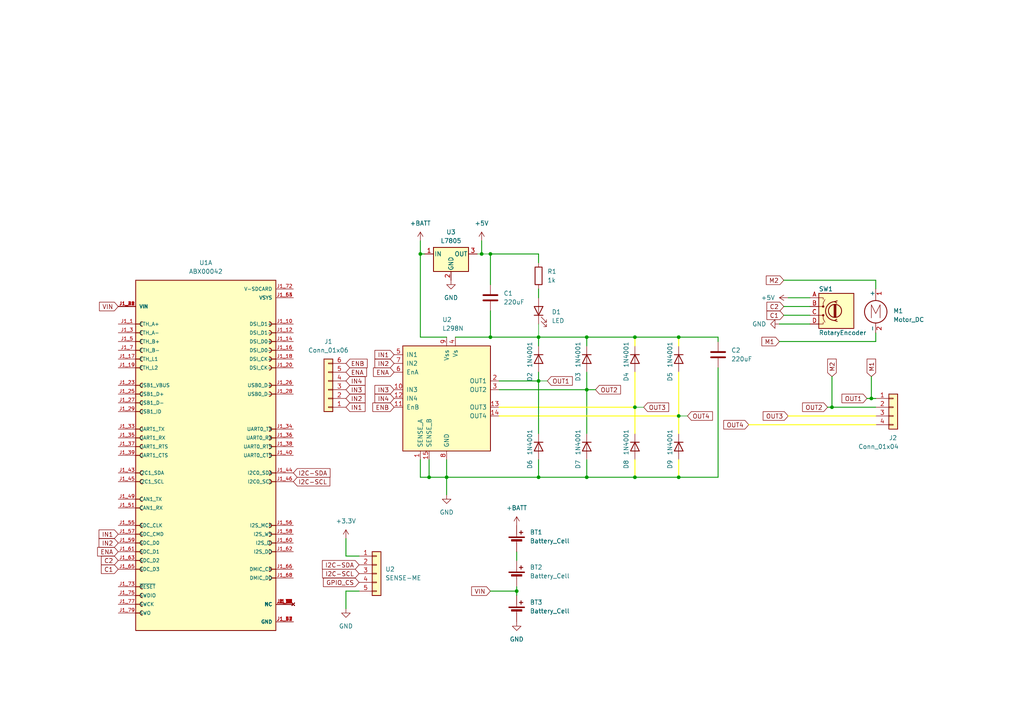
<source format=kicad_sch>
(kicad_sch (version 20230121) (generator eeschema)
  (paper "A4")
  (lib_symbols
    (symbol "ABX00042:ABX00042" (pin_names (offset 1.016))
      (property "Reference" "U" (at -20.32 52.07 0))
      (property "Value" "ABX00042" (at -20.32 -53.34 0))
      (symbol "ABX00042_1_0"
        (pin input line (at -25.4 38.1 0) (length 5.08) (name "ETH_A+") (number "J1_1"))
        (pin bidirectional line (at 25.4 38.1 180) (length 5.08) (name "DSI_D1+") (number "J1_10"))
        (pin no_connect line (at 25.4 -43.18 180) (length 5.08) (name "NC") (number "J1_11"))
        (pin bidirectional line (at 25.4 35.56 180) (length 5.08) (name "DSI_D1-") (number "J1_12"))
        (pin no_connect line (at 25.4 -43.18 180) (length 5.08) (name "NC") (number "J1_13"))
        (pin bidirectional line (at 25.4 33.02 180) (length 5.08) (name "DSI_D0+") (number "J1_14"))
        (pin no_connect line (at 25.4 -43.18 180) (length 5.08) (name "NC") (number "J1_15"))
        (pin bidirectional line (at 25.4 30.48 180) (length 5.08) (name "DSI_D0-") (number "J1_16"))
        (pin output line (at -25.4 27.94 0) (length 5.08) (name "ETH_L1") (number "J1_17"))
        (pin bidirectional line (at 25.4 27.94 180) (length 5.08) (name "DSI_CK+") (number "J1_18"))
        (pin output line (at -25.4 25.4 0) (length 5.08) (name "ETH_L2") (number "J1_19"))
        (pin no_connect line (at 25.4 -43.18 180) (length 5.08) (name "NC") (number "J1_2"))
        (pin bidirectional line (at 25.4 25.4 180) (length 5.08) (name "DSI_CK-") (number "J1_20"))
        (pin input line (at -25.4 43.18 0) (length 5.08) (name "VIN") (number "J1_21"))
        (pin power_in line (at 25.4 -48.26 180) (length 5.08) (name "GND") (number "J1_22"))
        (pin power_in line (at -25.4 20.32 0) (length 5.08) (name "USB1_VBUS") (number "J1_23"))
        (pin no_connect line (at 25.4 -43.18 180) (length 5.08) (name "NC") (number "J1_24"))
        (pin bidirectional line (at -25.4 17.78 0) (length 5.08) (name "USB1_D+") (number "J1_25"))
        (pin bidirectional line (at 25.4 20.32 180) (length 5.08) (name "USB0_D+") (number "J1_26"))
        (pin bidirectional line (at -25.4 15.24 0) (length 5.08) (name "USB1_D-") (number "J1_27"))
        (pin bidirectional line (at 25.4 17.78 180) (length 5.08) (name "USB0_D-") (number "J1_28"))
        (pin bidirectional line (at -25.4 12.7 0) (length 5.08) (name "USB1_ID") (number "J1_29"))
        (pin input line (at -25.4 35.56 0) (length 5.08) (name "ETH_A-") (number "J1_3"))
        (pin no_connect line (at 25.4 -43.18 180) (length 5.08) (name "NC") (number "J1_30"))
        (pin power_in line (at 25.4 -48.26 180) (length 5.08) (name "GND") (number "J1_31"))
        (pin input line (at -25.4 43.18 0) (length 5.08) (name "VIN") (number "J1_32"))
        (pin output line (at -25.4 7.62 0) (length 5.08) (name "UART1_TX") (number "J1_33"))
        (pin output line (at 25.4 7.62 180) (length 5.08) (name "UART0_TX") (number "J1_34"))
        (pin input line (at -25.4 5.08 0) (length 5.08) (name "UART1_RX") (number "J1_35"))
        (pin input line (at 25.4 5.08 180) (length 5.08) (name "UART0_RX") (number "J1_36"))
        (pin bidirectional line (at -25.4 2.54 0) (length 5.08) (name "UART1_RTS") (number "J1_37"))
        (pin bidirectional line (at 25.4 2.54 180) (length 5.08) (name "UART0_RTS") (number "J1_38"))
        (pin bidirectional line (at -25.4 0 0) (length 5.08) (name "UART1_CTS") (number "J1_39"))
        (pin no_connect line (at 25.4 -43.18 180) (length 5.08) (name "NC") (number "J1_4"))
        (pin bidirectional line (at 25.4 0 180) (length 5.08) (name "UART0_CTS") (number "J1_40"))
        (pin input line (at -25.4 43.18 0) (length 5.08) (name "VIN") (number "J1_41"))
        (pin power_in line (at 25.4 -48.26 180) (length 5.08) (name "GND") (number "J1_42"))
        (pin bidirectional line (at -25.4 -5.08 0) (length 5.08) (name "I2C1_SDA") (number "J1_43"))
        (pin bidirectional line (at 25.4 -5.08 180) (length 5.08) (name "I2C0_SDA") (number "J1_44"))
        (pin input line (at -25.4 -7.62 0) (length 5.08) (name "I2C1_SCL") (number "J1_45"))
        (pin input line (at 25.4 -7.62 180) (length 5.08) (name "I2C0_SCL") (number "J1_46"))
        (pin power_in line (at 25.4 -48.26 180) (length 5.08) (name "GND") (number "J1_47"))
        (pin input line (at -25.4 43.18 0) (length 5.08) (name "VIN") (number "J1_48"))
        (pin output line (at -25.4 -12.7 0) (length 5.08) (name "CAN1_TX") (number "J1_49"))
        (pin input line (at -25.4 33.02 0) (length 5.08) (name "ETH_B+") (number "J1_5"))
        (pin no_connect line (at 25.4 -43.18 180) (length 5.08) (name "NC") (number "J1_50"))
        (pin input line (at -25.4 -15.24 0) (length 5.08) (name "CAN1_RX") (number "J1_51"))
        (pin no_connect line (at 25.4 -43.18 180) (length 5.08) (name "NC") (number "J1_52"))
        (pin power_in line (at 25.4 45.72 180) (length 5.08) (name "VSYS") (number "J1_53"))
        (pin power_in line (at 25.4 -48.26 180) (length 5.08) (name "GND") (number "J1_54"))
        (pin input line (at -25.4 -20.32 0) (length 5.08) (name "SDC_CLK") (number "J1_55"))
        (pin bidirectional line (at 25.4 -20.32 180) (length 5.08) (name "I2S_MCK") (number "J1_56"))
        (pin input line (at -25.4 -22.86 0) (length 5.08) (name "SDC_CMD") (number "J1_57"))
        (pin bidirectional line (at 25.4 -22.86 180) (length 5.08) (name "I2S_WS") (number "J1_58"))
        (pin bidirectional line (at -25.4 -25.4 0) (length 5.08) (name "SDC_D0") (number "J1_59"))
        (pin no_connect line (at 25.4 -43.18 180) (length 5.08) (name "NC") (number "J1_6"))
        (pin input line (at 25.4 -25.4 180) (length 5.08) (name "I2S_DI") (number "J1_60"))
        (pin bidirectional line (at -25.4 -27.94 0) (length 5.08) (name "SDC_D1") (number "J1_61"))
        (pin output line (at 25.4 -27.94 180) (length 5.08) (name "I2S_DO") (number "J1_62"))
        (pin bidirectional line (at -25.4 -30.48 0) (length 5.08) (name "SDC_D2") (number "J1_63"))
        (pin power_in line (at 25.4 45.72 180) (length 5.08) (name "VSYS") (number "J1_64"))
        (pin bidirectional line (at -25.4 -33.02 0) (length 5.08) (name "SDC_D3") (number "J1_65"))
        (pin bidirectional line (at 25.4 -33.02 180) (length 5.08) (name "DMIC_CK") (number "J1_66"))
        (pin no_connect line (at 25.4 -43.18 180) (length 5.08) (name "NC") (number "J1_67"))
        (pin bidirectional line (at 25.4 -35.56 180) (length 5.08) (name "DMIC_D0") (number "J1_68"))
        (pin no_connect line (at 25.4 -43.18 180) (length 5.08) (name "NC") (number "J1_69"))
        (pin input line (at -25.4 30.48 0) (length 5.08) (name "ETH_B-") (number "J1_7"))
        (pin no_connect line (at 25.4 -43.18 180) (length 5.08) (name "NC") (number "J1_70"))
        (pin no_connect line (at 25.4 -43.18 180) (length 5.08) (name "NC") (number "J1_71"))
        (pin power_in line (at 25.4 48.26 180) (length 5.08) (name "V-SDCARD") (number "J1_72"))
        (pin input line (at -25.4 -38.1 0) (length 5.08) (name "~{RESET}") (number "J1_73"))
        (pin no_connect line (at 25.4 -43.18 180) (length 5.08) (name "NC") (number "J1_74"))
        (pin bidirectional line (at -25.4 -40.64 0) (length 5.08) (name "SWDIO") (number "J1_75"))
        (pin no_connect line (at 25.4 -43.18 180) (length 5.08) (name "NC") (number "J1_76"))
        (pin input line (at -25.4 -43.18 0) (length 5.08) (name "SWCK") (number "J1_77"))
        (pin no_connect line (at 25.4 -43.18 180) (length 5.08) (name "NC") (number "J1_78"))
        (pin output line (at -25.4 -45.72 0) (length 5.08) (name "SWO") (number "J1_79"))
        (pin no_connect line (at 25.4 -43.18 180) (length 5.08) (name "NC") (number "J1_8"))
        (pin no_connect line (at 25.4 -43.18 180) (length 5.08) (name "NC") (number "J1_80"))
        (pin no_connect line (at 25.4 -43.18 180) (length 5.08) (name "NC") (number "J1_9"))
      )
      (symbol "ABX00042_2_0"
        (pin input line (at -25.4 38.1 0) (length 5.08) (name "FORCE_BOOTLOADER") (number "J2_1"))
        (pin bidirectional line (at 25.4 27.94 180) (length 5.08) (name "CAM_D3") (number "J2_10"))
        (pin no_connect line (at 25.4 -40.64 180) (length 5.08) (name "NC_1") (number "J2_11"))
        (pin bidirectional line (at 25.4 25.4 180) (length 5.08) (name "CAM_D2") (number "J2_12"))
        (pin no_connect line (at 25.4 -40.64 180) (length 5.08) (name "NC_1") (number "J2_13"))
        (pin bidirectional line (at 25.4 22.86 180) (length 5.08) (name "CAM_D1") (number "J2_14"))
        (pin no_connect line (at 25.4 -40.64 180) (length 5.08) (name "NC_1") (number "J2_15"))
        (pin bidirectional line (at 25.4 20.32 180) (length 5.08) (name "CAM_D0") (number "J2_16"))
        (pin no_connect line (at 25.4 -40.64 180) (length 5.08) (name "NC_1") (number "J2_17"))
        (pin bidirectional line (at 25.4 17.78 180) (length 5.08) (name "CAM_VS") (number "J2_18"))
        (pin no_connect line (at 25.4 -40.64 180) (length 5.08) (name "NC_1") (number "J2_19"))
        (pin bidirectional line (at 25.4 38.1 180) (length 5.08) (name "CAM_D7") (number "J2_2"))
        (pin bidirectional line (at 25.4 15.24 180) (length 5.08) (name "CAM_CLK") (number "J2_20"))
        (pin no_connect line (at 25.4 -40.64 180) (length 5.08) (name "NC_1") (number "J2_21"))
        (pin bidirectional line (at 25.4 12.7 180) (length 5.08) (name "CAM_HS") (number "J2_22"))
        (pin power_in line (at 25.4 43.18 180) (length 5.08) (name "VCC/+3V3") (number "J2_23"))
        (pin power_in line (at 25.4 -45.72 180) (length 5.08) (name "GND_1") (number "J2_24"))
        (pin output line (at -25.4 25.4 0) (length 5.08) (name "UART3_TX") (number "J2_25"))
        (pin output line (at 25.4 7.62 180) (length 5.08) (name "UART2_TX") (number "J2_26"))
        (pin input line (at -25.4 22.86 0) (length 5.08) (name "UART3_RX") (number "J2_27"))
        (pin input line (at 25.4 5.08 180) (length 5.08) (name "UART2_RX") (number "J2_28"))
        (pin no_connect line (at 25.4 -40.64 180) (length 5.08) (name "NC_1") (number "J2_29"))
        (pin input line (at -25.4 35.56 0) (length 5.08) (name "BOOT_SOURCE") (number "J2_3"))
        (pin no_connect line (at 25.4 -40.64 180) (length 5.08) (name "NC_1") (number "J2_30"))
        (pin no_connect line (at 25.4 -40.64 180) (length 5.08) (name "NC_1") (number "J2_31"))
        (pin no_connect line (at 25.4 -40.64 180) (length 5.08) (name "NC_1") (number "J2_32"))
        (pin power_in line (at 25.4 -45.72 180) (length 5.08) (name "GND_1") (number "J2_33"))
        (pin power_in line (at 25.4 45.72 180) (length 5.08) (name "VCC") (number "J2_34"))
        (pin no_connect line (at 25.4 -40.64 180) (length 5.08) (name "NC_1") (number "J2_35"))
        (pin input line (at 25.4 0 180) (length 5.08) (name "SPI1_CS") (number "J2_36"))
        (pin no_connect line (at 25.4 -40.64 180) (length 5.08) (name "NC_1") (number "J2_37"))
        (pin input line (at 25.4 -2.54 180) (length 5.08) (name "SPI1_CK") (number "J2_38"))
        (pin no_connect line (at 25.4 -40.64 180) (length 5.08) (name "NC_1") (number "J2_39"))
        (pin bidirectional line (at 25.4 35.56 180) (length 5.08) (name "CAM_D6") (number "J2_4"))
        (pin output line (at 25.4 -5.08 180) (length 5.08) (name "SPI1_MISO") (number "J2_40"))
        (pin no_connect line (at 25.4 -40.64 180) (length 5.08) (name "NC_1") (number "J2_41"))
        (pin input line (at 25.4 -7.62 180) (length 5.08) (name "SPI1_MOSI") (number "J2_42"))
        (pin power_in line (at 25.4 43.18 180) (length 5.08) (name "VCC/+3V3") (number "J2_43"))
        (pin power_in line (at 25.4 -45.72 180) (length 5.08) (name "GND_1") (number "J2_44"))
        (pin bidirectional line (at -25.4 17.78 0) (length 5.08) (name "I2C2_SDA") (number "J2_45"))
        (pin bidirectional line (at -25.4 -27.94 0) (length 5.08) (name "GPIO_0") (number "J2_46"))
        (pin input line (at -25.4 15.24 0) (length 5.08) (name "I2C2_SCL") (number "J2_47"))
        (pin bidirectional line (at -25.4 -30.48 0) (length 5.08) (name "GPIO_1") (number "J2_48"))
        (pin input line (at -25.4 10.16 0) (length 5.08) (name "SAI_CK") (number "J2_49"))
        (pin input line (at -25.4 33.02 0) (length 5.08) (name "POWER_ON_REQ") (number "J2_5"))
        (pin bidirectional line (at -25.4 -33.02 0) (length 5.08) (name "GPIO_2") (number "J2_50"))
        (pin bidirectional line (at -25.4 7.62 0) (length 5.08) (name "SAI_FS") (number "J2_51"))
        (pin bidirectional line (at -25.4 -35.56 0) (length 5.08) (name "GPIO_3") (number "J2_52"))
        (pin bidirectional line (at -25.4 5.08 0) (length 5.08) (name "SAI_D0") (number "J2_53"))
        (pin bidirectional line (at -25.4 -38.1 0) (length 5.08) (name "GPIO_4") (number "J2_54"))
        (pin no_connect line (at 25.4 -40.64 180) (length 5.08) (name "NC_1") (number "J2_55"))
        (pin bidirectional line (at -25.4 -40.64 0) (length 5.08) (name "GPIO_5") (number "J2_56"))
        (pin power_in line (at 25.4 -45.72 180) (length 5.08) (name "GND_1") (number "J2_57"))
        (pin bidirectional line (at -25.4 -43.18 0) (length 5.08) (name "GPIO_6") (number "J2_58"))
        (pin bidirectional line (at 25.4 -12.7 180) (length 5.08) (name "PWM_1") (number "J2_59"))
        (pin bidirectional line (at 25.4 33.02 180) (length 5.08) (name "CAM_D5") (number "J2_6"))
        (pin bidirectional line (at 25.4 -25.4 180) (length 5.08) (name "PWM_6") (number "J2_60"))
        (pin bidirectional line (at 25.4 -15.24 180) (length 5.08) (name "PWM_2") (number "J2_61"))
        (pin bidirectional line (at 25.4 -27.94 180) (length 5.08) (name "PWM_7") (number "J2_62"))
        (pin bidirectional line (at 25.4 -17.78 180) (length 5.08) (name "PWM_3") (number "J2_63"))
        (pin bidirectional line (at 25.4 -30.48 180) (length 5.08) (name "PWM_8") (number "J2_64"))
        (pin bidirectional line (at 25.4 -20.32 180) (length 5.08) (name "PWM_4") (number "J2_65"))
        (pin bidirectional line (at 25.4 -33.02 180) (length 5.08) (name "PWM_9") (number "J2_66"))
        (pin bidirectional line (at 25.4 -22.86 180) (length 5.08) (name "PWM_5") (number "J2_67"))
        (pin bidirectional line (at 25.4 -35.56 180) (length 5.08) (name "PWM_10") (number "J2_68"))
        (pin power_in line (at 25.4 43.18 180) (length 5.08) (name "VCC/+3V3") (number "J2_69"))
        (pin input line (at -25.4 30.48 0) (length 5.08) (name "COINCELL") (number "J2_7"))
        (pin power_in line (at 25.4 -45.72 180) (length 5.08) (name "GND_1") (number "J2_70"))
        (pin input line (at -25.4 0 0) (length 5.08) (name "ADC_VREF+") (number "J2_71"))
        (pin input line (at -25.4 -2.54 0) (length 5.08) (name "ADC_VREF-") (number "J2_72"))
        (pin input line (at -25.4 -5.08 0) (length 5.08) (name "ADC_A0") (number "J2_73"))
        (pin input line (at -25.4 -15.24 0) (length 5.08) (name "ADC_A4") (number "J2_74"))
        (pin input line (at -25.4 -7.62 0) (length 5.08) (name "ADC_A1") (number "J2_75"))
        (pin input line (at -25.4 -17.78 0) (length 5.08) (name "ADC_A5") (number "J2_76"))
        (pin input line (at -25.4 -10.16 0) (length 5.08) (name "ADC_A2") (number "J2_77"))
        (pin input line (at -25.4 -20.32 0) (length 5.08) (name "ADC_A6") (number "J2_78"))
        (pin input line (at -25.4 -12.7 0) (length 5.08) (name "ADC_A3") (number "J2_79"))
        (pin bidirectional line (at 25.4 30.48 180) (length 5.08) (name "CAM_D4") (number "J2_8"))
        (pin input line (at -25.4 -22.86 0) (length 5.08) (name "ADC_A7") (number "J2_80"))
        (pin no_connect line (at 25.4 -40.64 180) (length 5.08) (name "NC_1") (number "J2_9"))
      )
      (symbol "ABX00042_3_0"
        (pin power_in line (at 15.24 27.94 180) (length 5.08) (name "AREF") (number "JA1"))
        (pin bidirectional line (at 15.24 10.16 180) (length 5.08) (name "D1") (number "JA10"))
        (pin bidirectional line (at 15.24 7.62 180) (length 5.08) (name "D2") (number "JA11"))
        (pin bidirectional line (at 15.24 5.08 180) (length 5.08) (name "D3") (number "JA12"))
        (pin bidirectional line (at 15.24 2.54 180) (length 5.08) (name "D4") (number "JA13"))
        (pin bidirectional line (at 15.24 0 180) (length 5.08) (name "D5") (number "JA14"))
        (pin bidirectional line (at -15.24 12.7 0) (length 5.08) (name "A0_D15") (number "JA2"))
        (pin bidirectional line (at -15.24 10.16 0) (length 5.08) (name "A1_D16") (number "JA3"))
        (pin bidirectional line (at -15.24 7.62 0) (length 5.08) (name "A2_D17") (number "JA4"))
        (pin bidirectional line (at -15.24 5.08 0) (length 5.08) (name "A3_D18") (number "JA5"))
        (pin bidirectional line (at -15.24 2.54 0) (length 5.08) (name "A4_D19") (number "JA6"))
        (pin bidirectional line (at -15.24 0 0) (length 5.08) (name "A5_D20") (number "JA7"))
        (pin bidirectional line (at -15.24 -2.54 0) (length 5.08) (name "A6_D21") (number "JA8"))
        (pin bidirectional line (at 15.24 12.7 180) (length 5.08) (name "D0") (number "JA9"))
        (pin power_in line (at 15.24 25.4 180) (length 5.08) (name "+5V") (number "JD1"))
        (pin bidirectional line (at 15.24 -12.7 180) (length 5.08) (name "D10") (number "JD10"))
        (pin bidirectional line (at 15.24 -10.16 180) (length 5.08) (name "D9") (number "JD11"))
        (pin bidirectional line (at 15.24 -7.62 180) (length 5.08) (name "D8") (number "JD12"))
        (pin bidirectional line (at 15.24 -5.08 180) (length 5.08) (name "D7") (number "JD13"))
        (pin bidirectional line (at 15.24 -2.54 180) (length 5.08) (name "D6") (number "JD14"))
        (pin input line (at -15.24 17.78 0) (length 5.08) (name "VIN_1") (number "JD2"))
        (pin power_in line (at 15.24 22.86 180) (length 5.08) (name "+3V3") (number "JD3"))
        (pin power_in line (at 15.24 -27.94 180) (length 5.08) (name "GND_2") (number "JD4"))
        (pin input line (at -15.24 20.32 0) (length 5.08) (name "RESET_1") (number "JD5"))
        (pin bidirectional line (at 15.24 -22.86 180) (length 5.08) (name "D14") (number "JD6"))
        (pin bidirectional line (at 15.24 -20.32 180) (length 5.08) (name "D13") (number "JD7"))
        (pin bidirectional line (at 15.24 -17.78 180) (length 5.08) (name "D12") (number "JD8"))
        (pin bidirectional line (at 15.24 -15.24 180) (length 5.08) (name "D11") (number "JD9"))
      )
    )
    (symbol "Connector_Generic:Conn_01x04" (pin_names (offset 1.016) hide)
      (property "Reference" "J" (at 0 5.08 0))
      (property "Value" "Conn_01x04" (at 0 -7.62 0))
      (symbol "Conn_01x04_1_1"
        (pin passive line (at -5.08 2.54 0) (length 3.81) (name "Pin_1") (number "1"))
        (pin passive line (at -5.08 0 0) (length 3.81) (name "Pin_2") (number "2"))
        (pin passive line (at -5.08 -2.54 0) (length 3.81) (name "Pin_3") (number "3"))
        (pin passive line (at -5.08 -5.08 0) (length 3.81) (name "Pin_4") (number "4"))
      )
    )
    (symbol "Connector_Generic:Conn_01x05" (pin_names (offset 1.016) hide)
      (property "Reference" "J" (at 0 7.62 0))
      (property "Value" "Conn_01x05" (at 0 -7.62 0))
      (symbol "Conn_01x05_1_1"
        (pin passive line (at -5.08 5.08 0) (length 3.81) (name "Pin_1") (number "1"))
        (pin passive line (at -5.08 2.54 0) (length 3.81) (name "Pin_2") (number "2"))
        (pin passive line (at -5.08 0 0) (length 3.81) (name "Pin_3") (number "3"))
        (pin passive line (at -5.08 -2.54 0) (length 3.81) (name "Pin_4") (number "4"))
        (pin passive line (at -5.08 -5.08 0) (length 3.81) (name "Pin_5") (number "5"))
      )
    )
    (symbol "Connector_Generic:Conn_01x06" (pin_names (offset 1.016) hide)
      (property "Reference" "J" (at 0 7.62 0))
      (property "Value" "Conn_01x06" (at 0 -10.16 0))
      (symbol "Conn_01x06_1_1"
        (pin passive line (at -5.08 5.08 0) (length 3.81) (name "Pin_1") (number "1"))
        (pin passive line (at -5.08 2.54 0) (length 3.81) (name "Pin_2") (number "2"))
        (pin passive line (at -5.08 0 0) (length 3.81) (name "Pin_3") (number "3"))
        (pin passive line (at -5.08 -2.54 0) (length 3.81) (name "Pin_4") (number "4"))
        (pin passive line (at -5.08 -5.08 0) (length 3.81) (name "Pin_5") (number "5"))
        (pin passive line (at -5.08 -7.62 0) (length 3.81) (name "Pin_6") (number "6"))
      )
    )
    (symbol "Device:Battery_Cell" (pin_numbers hide) (pin_names (offset 0) hide)
      (property "Reference" "BT" (at 2.54 2.54 0))
      (property "Value" "Battery_Cell" (at 2.54 0 0))
      (symbol "Battery_Cell_1_1"
        (pin passive line (at 0 5.08 270) (length 2.54) (name "+") (number "1"))
        (pin passive line (at 0 -2.54 90) (length 2.54) (name "-") (number "2"))
      )
    )
    (symbol "Device:C" (pin_numbers hide) (pin_names (offset 0.254))
      (property "Reference" "C" (at 0.635 2.54 0))
      (property "Value" "C" (at 0.635 -2.54 0))
      (symbol "C_1_1"
        (pin passive line (at 0 3.81 270) (length 2.794) (name "~") (number "1"))
        (pin passive line (at 0 -3.81 90) (length 2.794) (name "~") (number "2"))
      )
    )
    (symbol "Device:LED" (pin_numbers hide) (pin_names (offset 1.016) hide)
      (property "Reference" "D" (at 0 2.54 0))
      (property "Value" "LED" (at 0 -2.54 0))
      (symbol "LED_1_1"
        (pin passive line (at -3.81 0 0) (length 2.54) (name "K") (number "1"))
        (pin passive line (at 3.81 0 180) (length 2.54) (name "A") (number "2"))
      )
    )
    (symbol "Device:R" (pin_numbers hide) (pin_names (offset 0))
      (property "Reference" "R" (at 2.032 0 90))
      (property "Value" "R" (at 0 0 90))
      (symbol "R_1_1"
        (pin passive line (at 0 3.81 270) (length 1.27) (name "~") (number "1"))
        (pin passive line (at 0 -3.81 90) (length 1.27) (name "~") (number "2"))
      )
    )
    (symbol "Device:RotaryEncoder" (pin_names (offset 0.254) hide)
      (property "Reference" "SW1" (at -5.08 6.35 0))
      (property "Value" "RotaryEncoder" (at -5.08 -6.35 0))
      (symbol "RotaryEncoder_1_1"
        (pin passive line (at -7.62 3.81 0) (length 2.54) (name "VCC") (number "A"))
        (pin passive line (at -7.62 1.27 0) (length 2.54) (name "C2") (number "B"))
        (pin passive line (at -7.62 -1.27 0) (length 2.54) (name "C1") (number "C"))
        (pin passive line (at -7.62 -3.81 0) (length 2.54) (name "GND") (number "D"))
      )
    )
    (symbol "Diode:1N4001" (pin_numbers hide) (pin_names hide)
      (property "Reference" "D" (at 0 2.54 0))
      (property "Value" "1N4001" (at 0 -2.54 0))
      (symbol "1N4001_1_1"
        (pin passive line (at -3.81 0 0) (length 2.54) (name "K") (number "1"))
        (pin passive line (at 3.81 0 180) (length 2.54) (name "A") (number "2"))
      )
    )
    (symbol "Driver_Motor:L298N" (pin_names (offset 1.016))
      (property "Reference" "U" (at -10.16 16.51 0))
      (property "Value" "L298N" (at 12.7 16.51 0))
      (symbol "L298N_1_1"
        (pin power_in line (at -7.62 -17.78 90) (length 2.54) (name "SENSE_A") (number "1"))
        (pin input line (at -15.24 2.54 0) (length 2.54) (name "IN3") (number "10"))
        (pin input line (at -15.24 -2.54 0) (length 2.54) (name "EnB") (number "11"))
        (pin input line (at -15.24 0 0) (length 2.54) (name "IN4") (number "12"))
        (pin output line (at 15.24 -2.54 180) (length 2.54) (name "OUT3") (number "13"))
        (pin output line (at 15.24 -5.08 180) (length 2.54) (name "OUT4") (number "14"))
        (pin power_in line (at -5.08 -17.78 90) (length 2.54) (name "SENSE_B") (number "15"))
        (pin output line (at 15.24 5.08 180) (length 2.54) (name "OUT1") (number "2"))
        (pin output line (at 15.24 2.54 180) (length 2.54) (name "OUT2") (number "3"))
        (pin power_in line (at 2.54 17.78 270) (length 2.54) (name "Vs") (number "4"))
        (pin input line (at -15.24 12.7 0) (length 2.54) (name "IN1") (number "5"))
        (pin input line (at -15.24 7.62 0) (length 2.54) (name "EnA") (number "6"))
        (pin input line (at -15.24 10.16 0) (length 2.54) (name "IN2") (number "7"))
        (pin power_in line (at 0 -17.78 90) (length 2.54) (name "GND") (number "8"))
        (pin power_in line (at 0 17.78 270) (length 2.54) (name "Vss") (number "9"))
      )
    )
    (symbol "Motor:Motor_DC" (pin_names (offset 0))
      (property "Reference" "M" (at 2.54 2.54 0))
      (property "Value" "Motor_DC" (at 2.54 -5.08 0))
      (symbol "Motor_DC_1_1"
        (pin passive line (at 0 5.08 270) (length 2.54) (name "+") (number "1"))
        (pin passive line (at 0 -7.62 90) (length 2.54) (name "-") (number "2"))
      )
    )
    (symbol "Regulator_Linear:L7805" (pin_names (offset 0.254))
      (property "Reference" "U" (at -3.81 3.175 0))
      (property "Value" "L7805" (at 0 3.175 0))
      (symbol "L7805_1_1"
        (pin power_in line (at -7.62 0 0) (length 2.54) (name "IN") (number "1"))
        (pin power_in line (at 0 -7.62 90) (length 2.54) (name "GND") (number "2"))
        (pin power_out line (at 7.62 0 180) (length 2.54) (name "OUT") (number "3"))
      )
    )
    (symbol "power:+3.3V" (power) (pin_names (offset 0))
      (property "Value" "+3.3V" (at 0 3.556 0))
      (symbol "+3.3V_1_1"
        (pin power_in line (at 0 0 90) (length 0) hide (name "+3.3V") (number "1"))
      )
    )
    (symbol "power:+5V" (power) (pin_names (offset 0))
      (property "Value" "+5V" (at 0 3.556 0))
      (symbol "+5V_1_1"
        (pin power_in line (at 0 0 90) (length 0) hide (name "+5V") (number "1"))
      )
    )
    (symbol "power:+BATT" (power) (pin_names (offset 0))
      (property "Value" "+BATT" (at 0 3.556 0))
      (symbol "+BATT_1_1"
        (pin power_in line (at 0 0 90) (length 0) hide (name "+BATT") (number "1"))
      )
    )
    (symbol "power:GND" (power) (pin_names (offset 0))
      (property "Value" "GND" (at 0 -3.81 0))
      (symbol "GND_1_1"
        (pin power_in line (at 0 0 270) (length 0) hide (name "GND") (number "1"))
      )
    )
  )
  (junction (at 196.85 120.65))
  (junction (at 170.18 97.79))
  (junction (at 241.3 118.11))
  (junction (at 124.46 138.43))
  (junction (at 142.24 73.66))
  (junction (at 142.24 97.79))
  (junction (at 184.15 97.79))
  (junction (at 196.85 138.43))
  (junction (at 129.54 138.43))
  (junction (at 156.21 110.49))
  (junction (at 149.86 171.45))
  (junction (at 121.92 73.66))
  (junction (at 196.85 97.79))
  (junction (at 139.7 73.66))
  (junction (at 184.15 118.11))
  (junction (at 184.15 138.43))
  (junction (at 170.18 138.43))
  (junction (at 156.21 138.43))
  (junction (at 156.21 97.79))
  (junction (at 252.73 115.57))
  (junction (at 170.18 113.03))
  (wire (pts (xy 156.21 110.49) (xy 156.21 125.73)) (stroke (width 0.25)))
  (wire (pts (xy 227.33 81.28) (xy 254 81.28)) (stroke (width 0.25)))
  (wire (pts (xy 156.21 93.98) (xy 156.21 97.79)))
  (wire (pts (xy 254 81.28) (xy 254 83.82)) (stroke (width 0.25)))
  (wire (pts (xy 170.18 97.79) (xy 170.18 100.33)) (stroke (width 0.25)))
  (wire (pts (xy 139.7 73.66) (xy 138.43 73.66)))
  (wire (pts (xy 184.15 97.79) (xy 196.85 97.79)) (stroke (width 0.25)))
  (wire (pts (xy 156.21 76.2) (xy 156.21 73.66)) (stroke (width 0.25)))
  (wire (pts (xy 142.24 73.66) (xy 142.24 82.55)) (stroke (width 0.25)))
  (wire (pts (xy 170.18 133.35) (xy 170.18 138.43)) (stroke (width 0.25)))
  (wire (pts (xy 196.85 138.43) (xy 184.15 138.43)) (stroke (width 0.25)))
  (wire (pts (xy 254 123.19) (xy 217.17 123.19)) (stroke (width 0.25) (color 255 255 0 1)))
  (wire (pts (xy 228.6 86.36) (xy 234.95 86.36)) (stroke (width 0.25)))
  (wire (pts (xy 254 96.52) (xy 254 99.06)) (stroke (width 0.25)))
  (wire (pts (xy 184.15 118.11) (xy 184.15 125.73)) (stroke (width 0.25) (color 255 255 0 1)))
  (wire (pts (xy 254 118.11) (xy 241.3 118.11)) (stroke (width 0.25)))
  (wire (pts (xy 208.28 106.68) (xy 208.28 138.43)) (stroke (width 0.25)))
  (wire (pts (xy 156.21 97.79) (xy 142.24 97.79)) (stroke (width 0.25)))
  (wire (pts (xy 208.28 99.06) (xy 208.28 97.79)) (stroke (width 0.25)))
  (wire (pts (xy 121.92 133.35) (xy 121.92 138.43)) (stroke (width 0.25)))
  (wire (pts (xy 121.92 97.79) (xy 121.92 73.66)) (stroke (width 0.25)))
  (wire (pts (xy 104.14 161.29) (xy 100.33 161.29)) (stroke (width 0.25)))
  (wire (pts (xy 121.92 138.43) (xy 124.46 138.43)) (stroke (width 0.25)))
  (wire (pts (xy 226.06 93.98) (xy 234.95 93.98)) (stroke (width 0.25)))
  (wire (pts (xy 144.78 110.49) (xy 156.21 110.49)) (stroke (width 0.25)))
  (wire (pts (xy 252.73 109.22) (xy 252.73 115.57)) (stroke (width 0.25)))
  (wire (pts (xy 227.33 88.9) (xy 234.95 88.9)) (stroke (width 0.25)))
  (wire (pts (xy 170.18 107.95) (xy 170.18 113.03)) (stroke (width 0.25)))
  (wire (pts (xy 156.21 110.49) (xy 156.21 107.95)) (stroke (width 0.25)))
  (wire (pts (xy 149.86 170.18) (xy 149.86 171.45)) (stroke (width 0.25)))
  (wire (pts (xy 156.21 97.79) (xy 170.18 97.79)) (stroke (width 0.25)))
  (wire (pts (xy 252.73 115.57) (xy 251.46 115.57)) (stroke (width 0.25)))
  (wire (pts (xy 121.92 73.66) (xy 123.19 73.66)) (stroke (width 0.25)))
  (wire (pts (xy 142.24 73.66) (xy 139.7 73.66)))
  (wire (pts (xy 184.15 133.35) (xy 184.15 138.43)) (stroke (width 0.25) (color 255 255 0 1)))
  (wire (pts (xy 129.54 133.35) (xy 129.54 138.43)) (stroke (width 0.25)))
  (wire (pts (xy 184.15 97.79) (xy 184.15 100.33)) (stroke (width 0.25) (color 255 255 0 1)))
  (wire (pts (xy 184.15 107.95) (xy 184.15 118.11)) (stroke (width 0.25) (color 255 255 0 1)))
  (wire (pts (xy 100.33 161.29) (xy 100.33 156.21)) (stroke (width 0.25)))
  (wire (pts (xy 254 120.65) (xy 228.6 120.65)) (stroke (width 0.25) (color 255 255 0 1)))
  (wire (pts (xy 149.86 171.45) (xy 149.86 172.72)) (stroke (width 0.25)))
  (wire (pts (xy 196.85 120.65) (xy 196.85 125.73)) (stroke (width 0.25) (color 255 255 0 1)))
  (wire (pts (xy 196.85 133.35) (xy 196.85 138.43)) (stroke (width 0.25) (color 255 255 0 1)))
  (wire (pts (xy 142.24 90.17) (xy 142.24 97.79)) (stroke (width 0.25)))
  (wire (pts (xy 170.18 113.03) (xy 172.72 113.03)) (stroke (width 0.25)))
  (wire (pts (xy 100.33 171.45) (xy 104.14 171.45)) (stroke (width 0.25)))
  (wire (pts (xy 129.54 138.43) (xy 124.46 138.43)) (stroke (width 0.25)))
  (wire (pts (xy 156.21 138.43) (xy 129.54 138.43)) (stroke (width 0.25)))
  (wire (pts (xy 241.3 109.22) (xy 241.3 118.11)) (stroke (width 0.25)))
  (wire (pts (xy 156.21 100.33) (xy 156.21 97.79)) (stroke (width 0.25)))
  (wire (pts (xy 170.18 138.43) (xy 156.21 138.43)) (stroke (width 0.25)))
  (wire (pts (xy 208.28 97.79) (xy 196.85 97.79)) (stroke (width 0.25)))
  (wire (pts (xy 144.78 113.03) (xy 170.18 113.03)) (stroke (width 0.25)))
  (wire (pts (xy 254 115.57) (xy 252.73 115.57)) (stroke (width 0.25)))
  (wire (pts (xy 226.06 99.06) (xy 254 99.06)) (stroke (width 0.25)))
  (wire (pts (xy 139.7 69.85) (xy 139.7 73.66)) (stroke (width 0.25)))
  (wire (pts (xy 227.33 91.44) (xy 234.95 91.44)) (stroke (width 0.25)))
  (wire (pts (xy 208.28 138.43) (xy 196.85 138.43)) (stroke (width 0.25)))
  (wire (pts (xy 132.08 97.79) (xy 142.24 97.79)) (stroke (width 0.25)))
  (wire (pts (xy 196.85 120.65) (xy 199.39 120.65)))
  (wire (pts (xy 184.15 118.11) (xy 186.69 118.11)))
  (wire (pts (xy 184.15 138.43) (xy 170.18 138.43)) (stroke (width 0.25)))
  (wire (pts (xy 158.75 110.49) (xy 156.21 110.49)))
  (wire (pts (xy 144.78 118.11) (xy 184.15 118.11)) (stroke (width 0.25) (color 255 255 0 1)))
  (wire (pts (xy 241.3 118.11) (xy 240.03 118.11)) (stroke (width 0.25)))
  (wire (pts (xy 156.21 133.35) (xy 156.21 138.43)) (stroke (width 0.25)))
  (wire (pts (xy 170.18 113.03) (xy 170.18 125.73)) (stroke (width 0.25)))
  (wire (pts (xy 129.54 138.43) (xy 129.54 143.51)) (stroke (width 0.25)))
  (wire (pts (xy 156.21 83.82) (xy 156.21 86.36)) (stroke (width 0.25)))
  (wire (pts (xy 129.54 97.79) (xy 121.92 97.79)) (stroke (width 0.25)))
  (wire (pts (xy 124.46 133.35) (xy 124.46 138.43)) (stroke (width 0.25)))
  (wire (pts (xy 196.85 100.33) (xy 196.85 97.79)) (stroke (width 0.25) (color 255 255 0 1)))
  (wire (pts (xy 149.86 160.02) (xy 149.86 162.56)) (stroke (width 0.25)))
  (wire (pts (xy 156.21 73.66) (xy 142.24 73.66)) (stroke (width 0.25)))
  (wire (pts (xy 100.33 176.53) (xy 100.33 171.45)) (stroke (width 0.25)))
  (wire (pts (xy 196.85 107.95) (xy 196.85 120.65)) (stroke (width 0.25) (color 255 255 0 1)))
  (wire (pts (xy 170.18 97.79) (xy 184.15 97.79)) (stroke (width 0.25)))
  (wire (pts (xy 121.92 69.85) (xy 121.92 73.66)) (stroke (width 0.25)))
  (wire (pts (xy 142.24 171.45) (xy 149.86 171.45)) (stroke (width 0.25)))
  (wire (pts (xy 144.78 120.65) (xy 196.85 120.65)) (stroke (width 0.25) (color 255 255 0 1)))
  (global_label "IN2" (shape input) (at 34.29 157.48 180) (property "Intersheetrefs" "${INTERSHEET_REFS}" (effects hide)))
  (global_label "IN1" (shape input) (at 100.33 118.11 0) (property "Intersheetrefs" "${INTERSHEET_REFS}" (effects hide)))
  (global_label "ENB" (shape input) (at 100.33 105.41 0) (property "Intersheetrefs" "${INTERSHEET_REFS}" (effects hide)))
  (global_label "VIN" (shape input) (at 142.24 171.45 180) (property "Intersheetrefs" "${INTERSHEET_REFS}" (effects hide)))
  (global_label "OUT3" (shape input) (at 186.69 118.11 0) (property "Intersheetrefs" "${INTERSHEET_REFS}" (effects hide)))
  (global_label "IN2" (shape input) (at 114.3 105.41 180) (property "Intersheetrefs" "${INTERSHEET_REFS}" (effects hide)))
  (global_label "I2C-SDA" (shape input) (at 85.09 137.16 0) (property "Intersheetrefs" "${INTERSHEET_REFS}" (effects hide)))
  (global_label "C1" (shape input) (at 227.33 91.44 180) (property "Intersheetrefs" "${INTERSHEET_REFS}" (effects hide)))
  (global_label "IN1" (shape input) (at 114.3 102.87 180) (property "Intersheetrefs" "${INTERSHEET_REFS}" (effects hide)))
  (global_label "M1" (shape input) (at 226.06 99.06 180) (property "Intersheetrefs" "${INTERSHEET_REFS}" (effects hide)))
  (global_label "OUT4" (shape input) (at 199.39 120.65 0) (property "Intersheetrefs" "${INTERSHEET_REFS}" (effects hide)))
  (global_label "C1" (shape input) (at 34.29 165.1 180) (property "Intersheetrefs" "${INTERSHEET_REFS}" (effects hide)))
  (global_label "M2" (shape input) (at 241.3 109.22 90) (property "Intersheetrefs" "${INTERSHEET_REFS}" (effects hide)))
  (global_label "IN4" (shape input) (at 100.33 110.49 0) (property "Intersheetrefs" "${INTERSHEET_REFS}" (effects hide)))
  (global_label "OUT2" (shape input) (at 240.03 118.11 180) (property "Intersheetrefs" "${INTERSHEET_REFS}" (effects hide)))
  (global_label "IN2" (shape input) (at 100.33 115.57 0) (property "Intersheetrefs" "${INTERSHEET_REFS}" (effects hide)))
  (global_label "ENA" (shape input) (at 114.3 107.95 180) (property "Intersheetrefs" "${INTERSHEET_REFS}" (effects hide)))
  (global_label "C2" (shape input) (at 34.29 162.56 180) (property "Intersheetrefs" "${INTERSHEET_REFS}" (effects hide)))
  (global_label "ENB" (shape input) (at 114.3 118.11 180) (property "Intersheetrefs" "${INTERSHEET_REFS}" (effects hide)))
  (global_label "ENA" (shape input) (at 34.29 160.02 180) (property "Intersheetrefs" "${INTERSHEET_REFS}" (effects hide)))
  (global_label "VIN" (shape input) (at 34.29 88.9 180) (property "Intersheetrefs" "${INTERSHEET_REFS}" (effects hide)))
  (global_label "I2C-SCL" (shape input) (at 104.14 166.37 180) (property "Intersheetrefs" "${INTERSHEET_REFS}" (effects hide)))
  (global_label "IN4" (shape input) (at 114.3 115.57 180) (property "Intersheetrefs" "${INTERSHEET_REFS}" (effects hide)))
  (global_label "ENA" (shape input) (at 100.33 107.95 0) (property "Intersheetrefs" "${INTERSHEET_REFS}" (effects hide)))
  (global_label "IN3" (shape input) (at 114.3 113.03 180) (property "Intersheetrefs" "${INTERSHEET_REFS}" (effects hide)))
  (global_label "IN1" (shape input) (at 34.29 154.94 180) (property "Intersheetrefs" "${INTERSHEET_REFS}" (effects hide)))
  (global_label "M1" (shape input) (at 252.73 109.22 90) (property "Intersheetrefs" "${INTERSHEET_REFS}" (effects hide)))
  (global_label "OUT2" (shape input) (at 172.72 113.03 0) (property "Intersheetrefs" "${INTERSHEET_REFS}" (effects hide)))
  (global_label "OUT3" (shape input) (at 228.6 120.65 180) (property "Intersheetrefs" "${INTERSHEET_REFS}" (effects hide)))
  (global_label "IN3" (shape input) (at 100.33 113.03 0) (property "Intersheetrefs" "${INTERSHEET_REFS}" (effects hide)))
  (global_label "OUT1" (shape input) (at 251.46 115.57 180) (property "Intersheetrefs" "${INTERSHEET_REFS}" (effects hide)))
  (global_label "OUT4" (shape input) (at 217.17 123.19 180) (property "Intersheetrefs" "${INTERSHEET_REFS}" (effects hide)))
  (global_label "I2C-SDA" (shape input) (at 104.14 163.83 180) (property "Intersheetrefs" "${INTERSHEET_REFS}" (effects hide)))
  (global_label "M2" (shape input) (at 227.33 81.28 180) (property "Intersheetrefs" "${INTERSHEET_REFS}" (effects hide)))
  (global_label "OUT1" (shape input) (at 158.75 110.49 0) (property "Intersheetrefs" "${INTERSHEET_REFS}" (effects hide)))
  (global_label "GPIO_CS" (shape input) (at 104.14 168.91 180) (property "Intersheetrefs" "${INTERSHEET_REFS}" (effects hide)))
  (global_label "I2C-SCL" (shape input) (at 85.09 139.7 0) (property "Intersheetrefs" "${INTERSHEET_REFS}" (effects hide)))
  (global_label "C2" (shape input) (at 227.33 88.9 180) (property "Intersheetrefs" "${INTERSHEET_REFS}" (effects hide)))
  (symbol (lib_id "power:GND") (at 130.81 81.28 0) (unit 1)
    (property "Reference" "#PWR06" (effects hide))
    (property "Value" "GND" (at 130.81 86.36 0))
  )
  (symbol (lib_id "power:+3.3V") (at 100.33 156.21 0) (unit 1)
    (property "Reference" "#PWR07" (effects hide))
    (property "Value" "+3.3V" (at 100.33 151.13 0))
  )
  (symbol (lib_id "Device:C") (at 208.28 102.87 0) (unit 1)
    (property "Reference" "C2" (at 212.09 101.6 0) (effects (justify left)))
    (property "Value" "220uF" (at 212.09 104.14 0) (effects (justify left)))
  )
  (symbol (lib_id "Connector_Generic:Conn_01x05") (at 109.22 166.37 0) (unit 1)
    (property "Reference" "U2" (at 111.76 165.1 0) (effects (justify left)))
    (property "Value" "SENSE-ME" (at 111.76 167.64 0) (effects (justify left)))
    (property "Footprint" "Connector_TE-Connectivity:TE_826576-6_1x06_P3.96mm_Vertical" (effects hide))
  )
  (symbol (lib_id "Device:C") (at 142.24 86.36 0) (unit 1)
    (property "Reference" "C1" (at 146.05 85.09 0) (effects (justify left)))
    (property "Value" "220uF" (at 146.05 87.63 0) (effects (justify left)))
  )
  (symbol (lib_id "power:+BATT") (at 121.92 69.85 0) (unit 1)
    (property "Reference" "#PWR03" (effects hide))
    (property "Value" "+BATT" (at 121.92 64.77 0))
  )
  (symbol (lib_id "Regulator_Linear:L7805") (at 130.81 73.66 0) (unit 1)
    (property "Reference" "U3" (at 130.81 67.31 0))
    (property "Value" "L7805" (at 130.81 69.85 0))
    (property "Datasheet" "http://www.st.com/content/ccc/resource/technical/document/datasheet/41/4f/b3/b0/12/d4/47/88/CD00000444.pdf/files/CD00000444.pdf/jcr:content/translations/en.CD00000444.pdf" (effects hide))
  )
  (symbol (lib_id "Diode:1N4001") (at 184.15 129.54 270) (unit 1)
    (property "Reference" "D8" (at 181.61 133.35 0) (effects (justify left)))
    (property "Value" "1N4001" (at 181.61 124.46 0) (effects (justify left)))
    (property "Footprint" "Diode_THT:D_DO-41_SOD81_P10.16mm_Horizontal" (effects hide))
    (property "Datasheet" "http://www.vishay.com/docs/88503/1n4001.pdf" (effects hide))
    (property "Sim.Device" "D" (effects hide))
    (property "Sim.Pins" "1=K 2=A" (effects hide))
  )
  (symbol (lib_id "Diode:1N4001") (at 170.18 129.54 270) (unit 1)
    (property "Reference" "D7" (at 167.64 133.35 0) (effects (justify left)))
    (property "Value" "1N4001" (at 167.64 124.46 0) (effects (justify left)))
    (property "Footprint" "Diode_THT:D_DO-41_SOD81_P10.16mm_Horizontal" (effects hide))
    (property "Datasheet" "http://www.vishay.com/docs/88503/1n4001.pdf" (effects hide))
    (property "Sim.Device" "D" (effects hide))
    (property "Sim.Pins" "1=K 2=A" (effects hide))
  )
  (symbol (lib_id "power:GND") (at 149.86 180.34 0) (unit 1)
    (property "Reference" "#PWR010" (effects hide))
    (property "Value" "GND" (at 149.86 185.42 0))
  )
  (symbol (lib_id "Diode:1N4001") (at 196.85 104.14 270) (unit 1)
    (property "Reference" "D5" (at 194.31 107.95 0) (effects (justify left)))
    (property "Value" "1N4001" (at 194.31 99.06 0) (effects (justify left)))
    (property "Footprint" "Diode_THT:D_DO-41_SOD81_P10.16mm_Horizontal" (effects hide))
    (property "Datasheet" "http://www.vishay.com/docs/88503/1n4001.pdf" (effects hide))
    (property "Sim.Device" "D" (effects hide))
    (property "Sim.Pins" "1=K 2=A" (effects hide))
  )
  (symbol (lib_id "power:GND") (at 100.33 176.53 0) (unit 1)
    (property "Reference" "#PWR08" (effects hide))
    (property "Value" "GND" (at 100.33 181.61 0))
  )
  (symbol (lib_id "power:GND") (at 129.54 143.51 0) (unit 1)
    (property "Reference" "#PWR01" (effects hide))
    (property "Value" "GND" (at 129.54 148.59 0))
  )
  (symbol (lib_id "Device:Battery_Cell") (at 149.86 177.8 0) (unit 1)
    (property "Reference" "BT3" (at 153.67 174.6885 0) (effects (justify left)))
    (property "Value" "Battery_Cell" (at 153.67 177.2285 0) (effects (justify left)))
  )
  (symbol (lib_id "Diode:1N4001") (at 184.15 104.14 270) (unit 1)
    (property "Reference" "D4" (at 181.61 107.95 0) (effects (justify left)))
    (property "Value" "1N4001" (at 181.61 99.06 0) (effects (justify left)))
    (property "Footprint" "Diode_THT:D_DO-41_SOD81_P10.16mm_Horizontal" (effects hide))
    (property "Datasheet" "http://www.vishay.com/docs/88503/1n4001.pdf" (effects hide))
    (property "Sim.Device" "D" (effects hide))
    (property "Sim.Pins" "1=K 2=A" (effects hide))
  )
  (symbol (lib_id "Device:R") (at 156.21 80.01 0) (unit 1)
    (property "Reference" "R1" (at 158.75 78.74 0) (effects (justify left)))
    (property "Value" "1k" (at 158.75 81.28 0) (effects (justify left)))
  )
  (symbol (lib_id "Device:RotaryEncoder") (at 242.57 90.17 0) (unit 1)
    (property "Reference" "SW1" (at 237.49 83.82 0) (effects (justify left)))
    (property "Value" "RotaryEncoder" (at 237.49 96.52 0) (effects (justify left)))
  )
  (symbol (lib_id "power:+5V") (at 139.7 69.85 0) (unit 1)
    (property "Reference" "#PWR04" (effects hide))
    (property "Value" "+5V" (at 139.7 64.77 0))
  )
  (symbol (lib_id "Diode:1N4001") (at 156.21 104.14 270) (unit 1)
    (property "Reference" "D2" (at 153.67 107.95 0) (effects (justify left)))
    (property "Value" "1N4001" (at 153.67 99.06 0) (effects (justify left)))
    (property "Footprint" "Diode_THT:D_DO-41_SOD81_P10.16mm_Horizontal" (effects hide))
    (property "Datasheet" "http://www.vishay.com/docs/88503/1n4001.pdf" (effects hide))
    (property "Sim.Device" "D" (effects hide))
    (property "Sim.Pins" "1=K 2=A" (effects hide))
  )
  (symbol (lib_id "power:+BATT") (at 149.86 152.4 0) (unit 1)
    (property "Reference" "#PWR011" (effects hide))
    (property "Value" "+BATT" (at 149.86 147.32 0))
  )
  (symbol (lib_id "ABX00042:ABX00042") (at 59.69 132.08 0) (unit 1)
    (property "Reference" "U1" (at 59.69 76.2 0))
    (property "Value" "ABX00042" (at 59.69 78.74 0))
    (property "Footprint" "ABX00042:MODULE_ABX00042" (effects hide))
    (property "MF" "Arduino" (effects hide))
    (property "Description" "\nDevelopment Boards & Kits - ARM Portenta H7 | Arduino ABX00042\n" (effects hide))
    (property "Package" "None" (effects hide))
    (property "Price" "None" (effects hide))
    (property "Check_prices" "https://www.snapeda.com/parts/ABX00042/Arduino/view-part/?ref=eda" (effects hide))
    (property "STANDARD" "Manufacturer Recommendations" (effects hide))
    (property "PARTREV" "2" (effects hide))
    (property "SnapEDA_Link" "https://www.snapeda.com/parts/ABX00042/Arduino/view-part/?ref=snap" (effects hide))
    (property "MP" "ABX00042" (effects hide))
    (property "Purchase-URL" "https://www.snapeda.com/api/url_track_click_mouser/?unipart_id=6801596&manufacturer=Arduino&part_name=ABX00042&search_term=None" (effects hide))
    (property "Availability" "In Stock" (effects hide))
    (property "MANUFACTURER" "Arduino" (effects hide))
  )
  (symbol (lib_id "power:+5V") (at 228.6 86.36 90) (unit 1)
    (property "Reference" "#PWR05" (effects hide))
    (property "Value" "+5V" (at 224.79 86.36 90) (effects (justify left)))
  )
  (symbol (lib_id "Connector_Generic:Conn_01x06") (at 95.25 113.03 180) (unit 1)
    (property "Reference" "J1" (at 95.25 99.06 0))
    (property "Value" "Conn_01x06" (at 95.25 101.6 0))
  )
  (symbol (lib_id "Device:Battery_Cell") (at 149.86 157.48 0) (unit 1)
    (property "Reference" "BT1" (at 153.67 154.3685 0) (effects (justify left)))
    (property "Value" "Battery_Cell" (at 153.67 156.9085 0) (effects (justify left)))
  )
  (symbol (lib_id "Device:LED") (at 156.21 90.17 90) (unit 1)
    (property "Reference" "D1" (at 160.02 90.4875 90) (effects (justify right)))
    (property "Value" "LED" (at 160.02 93.0275 90) (effects (justify right)))
  )
  (symbol (lib_id "power:GND") (at 226.06 93.98 270) (unit 1)
    (property "Reference" "#PWR02" (effects hide))
    (property "Value" "GND" (at 222.25 93.98 90) (effects (justify right)))
  )
  (symbol (lib_id "Driver_Motor:L298N") (at 129.54 115.57 0) (unit 1)
    (property "Reference" "U2" (at 128.27 92.71 0) (effects (justify left)))
    (property "Value" "L298N" (at 128.27 95.25 0) (effects (justify left)))
    (property "Footprint" "Package_TO_SOT_THT:TO-220-15_P2.54x2.54mm_StaggerOdd_Lead4.58mm_Vertical" (effects hide))
    (property "Datasheet" "http://www.st.com/st-web-ui/static/active/en/resource/technical/document/datasheet/CD00000240.pdf" (effects hide))
  )
  (symbol (lib_id "Diode:1N4001") (at 170.18 104.14 270) (unit 1)
    (property "Reference" "D3" (at 167.64 107.95 0) (effects (justify left)))
    (property "Value" "1N4001" (at 167.64 99.06 0) (effects (justify left)))
    (property "Footprint" "Diode_THT:D_DO-41_SOD81_P10.16mm_Horizontal" (effects hide))
    (property "Datasheet" "http://www.vishay.com/docs/88503/1n4001.pdf" (effects hide))
    (property "Sim.Device" "D" (effects hide))
    (property "Sim.Pins" "1=K 2=A" (effects hide))
  )
  (symbol (lib_id "Diode:1N4001") (at 196.85 129.54 270) (unit 1)
    (property "Reference" "D9" (at 194.31 133.35 0) (effects (justify left)))
    (property "Value" "1N4001" (at 194.31 124.46 0) (effects (justify left)))
    (property "Footprint" "Diode_THT:D_DO-41_SOD81_P10.16mm_Horizontal" (effects hide))
    (property "Datasheet" "http://www.vishay.com/docs/88503/1n4001.pdf" (effects hide))
    (property "Sim.Device" "D" (effects hide))
    (property "Sim.Pins" "1=K 2=A" (effects hide))
  )
  (symbol (lib_id "Diode:1N4001") (at 156.21 129.54 270) (unit 1)
    (property "Reference" "D6" (at 153.67 133.35 0) (effects (justify left)))
    (property "Value" "1N4001" (at 153.67 124.46 0) (effects (justify left)))
    (property "Footprint" "Diode_THT:D_DO-41_SOD81_P10.16mm_Horizontal" (effects hide))
    (property "Datasheet" "http://www.vishay.com/docs/88503/1n4001.pdf" (effects hide))
    (property "Sim.Device" "D" (effects hide))
    (property "Sim.Pins" "1=K 2=A" (effects hide))
  )
  (symbol (lib_id "Connector_Generic:Conn_01x04") (at 259.08 118.11 0) (unit 1)
    (property "Reference" "J2" (at 257.81 127 0) (effects (justify left)))
    (property "Value" "Conn_01x04" (at 248.92 129.54 0) (effects (justify left)))
  )
  (symbol (lib_id "Motor:Motor_DC") (at 254 88.9 0) (unit 1)
    (property "Reference" "M1" (at 259.08 90.17 0) (effects (justify left)))
    (property "Value" "Motor_DC" (at 259.08 92.71 0) (effects (justify left)))
  )
  (symbol (lib_id "Device:Battery_Cell") (at 149.86 167.64 0) (unit 1)
    (property "Reference" "BT2" (at 153.67 164.5285 0) (effects (justify left)))
    (property "Value" "Battery_Cell" (at 153.67 167.0685 0) (effects (justify left)))
  )
)
</source>
